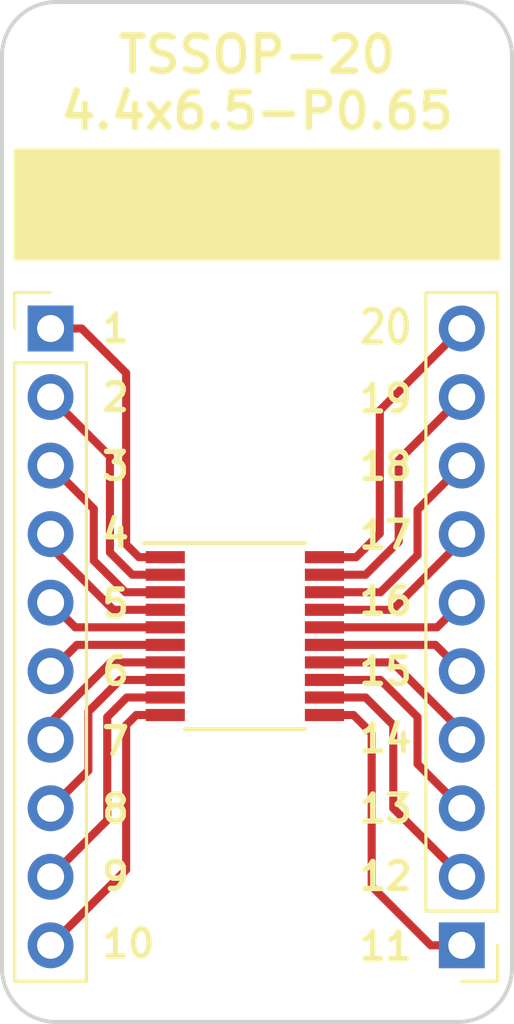
<source format=kicad_pcb>
(kicad_pcb (version 20171130) (host pcbnew 5.1.5-52549c5~84~ubuntu19.10.1)

  (general
    (thickness 1)
    (drawings 30)
    (tracks 76)
    (zones 0)
    (modules 3)
    (nets 21)
  )

  (page A4)
  (title_block
    (title BRK-TSSOP-20-4.4x6.5-P0.65)
    (rev v1.0)
    (company https://gekkio.fi)
  )

  (layers
    (0 F.Cu signal)
    (31 B.Cu signal)
    (32 B.Adhes user)
    (33 F.Adhes user)
    (34 B.Paste user)
    (35 F.Paste user)
    (36 B.SilkS user)
    (37 F.SilkS user)
    (38 B.Mask user)
    (39 F.Mask user)
    (40 Dwgs.User user)
    (41 Cmts.User user)
    (42 Eco1.User user)
    (43 Eco2.User user)
    (44 Edge.Cuts user)
    (45 Margin user)
    (46 B.CrtYd user)
    (47 F.CrtYd user)
    (48 B.Fab user)
    (49 F.Fab user)
  )

  (setup
    (last_trace_width 0.3)
    (trace_clearance 0.2)
    (zone_clearance 0.508)
    (zone_45_only no)
    (trace_min 0.2)
    (via_size 0.8)
    (via_drill 0.4)
    (via_min_size 0.4)
    (via_min_drill 0.3)
    (uvia_size 0.3)
    (uvia_drill 0.1)
    (uvias_allowed no)
    (uvia_min_size 0.2)
    (uvia_min_drill 0.1)
    (edge_width 0.15)
    (segment_width 0.2)
    (pcb_text_width 0.3)
    (pcb_text_size 1.5 1.5)
    (mod_edge_width 0.15)
    (mod_text_size 1 1)
    (mod_text_width 0.15)
    (pad_size 1.524 1.524)
    (pad_drill 0.762)
    (pad_to_mask_clearance 0)
    (solder_mask_min_width 0.2)
    (aux_axis_origin 0 0)
    (visible_elements FFFFFF7F)
    (pcbplotparams
      (layerselection 0x010fc_ffffffff)
      (usegerberextensions false)
      (usegerberattributes false)
      (usegerberadvancedattributes false)
      (creategerberjobfile true)
      (excludeedgelayer false)
      (linewidth 0.100000)
      (plotframeref false)
      (viasonmask false)
      (mode 1)
      (useauxorigin false)
      (hpglpennumber 1)
      (hpglpenspeed 20)
      (hpglpendiameter 15.000000)
      (psnegative false)
      (psa4output false)
      (plotreference true)
      (plotvalue true)
      (plotinvisibletext false)
      (padsonsilk false)
      (subtractmaskfromsilk false)
      (outputformat 1)
      (mirror false)
      (drillshape 0)
      (scaleselection 1)
      (outputdirectory "gerber/"))
  )

  (net 0 "")
  (net 1 "Net-(J1-Pad1)")
  (net 2 "Net-(J1-Pad2)")
  (net 3 "Net-(J1-Pad3)")
  (net 4 "Net-(J2-Pad1)")
  (net 5 "Net-(J2-Pad2)")
  (net 6 "Net-(J2-Pad3)")
  (net 7 "Net-(J1-Pad4)")
  (net 8 "Net-(J2-Pad4)")
  (net 9 "Net-(J1-Pad7)")
  (net 10 "Net-(J1-Pad6)")
  (net 11 "Net-(J1-Pad5)")
  (net 12 "Net-(J2-Pad7)")
  (net 13 "Net-(J2-Pad6)")
  (net 14 "Net-(J2-Pad5)")
  (net 15 "Net-(J1-Pad10)")
  (net 16 "Net-(J1-Pad9)")
  (net 17 "Net-(J1-Pad8)")
  (net 18 "Net-(J2-Pad10)")
  (net 19 "Net-(J2-Pad9)")
  (net 20 "Net-(J2-Pad8)")

  (net_class Default "This is the default net class."
    (clearance 0.2)
    (trace_width 0.3)
    (via_dia 0.8)
    (via_drill 0.4)
    (uvia_dia 0.3)
    (uvia_drill 0.1)
    (add_net "Net-(J1-Pad1)")
    (add_net "Net-(J1-Pad10)")
    (add_net "Net-(J1-Pad2)")
    (add_net "Net-(J1-Pad3)")
    (add_net "Net-(J1-Pad4)")
    (add_net "Net-(J1-Pad5)")
    (add_net "Net-(J1-Pad6)")
    (add_net "Net-(J1-Pad7)")
    (add_net "Net-(J1-Pad8)")
    (add_net "Net-(J1-Pad9)")
    (add_net "Net-(J2-Pad1)")
    (add_net "Net-(J2-Pad10)")
    (add_net "Net-(J2-Pad2)")
    (add_net "Net-(J2-Pad3)")
    (add_net "Net-(J2-Pad4)")
    (add_net "Net-(J2-Pad5)")
    (add_net "Net-(J2-Pad6)")
    (add_net "Net-(J2-Pad7)")
    (add_net "Net-(J2-Pad8)")
    (add_net "Net-(J2-Pad9)")
  )

  (module Package_SO:TSSOP-20_4.4x6.5mm_P0.65mm (layer F.Cu) (tedit 5A02F25C) (tstamp 5C03C8AA)
    (at 60 71.5)
    (descr "20-Lead Plastic Thin Shrink Small Outline (ST)-4.4 mm Body [TSSOP] (see Microchip Packaging Specification 00000049BS.pdf)")
    (tags "SSOP 0.65")
    (path /5BD4B043)
    (attr smd)
    (fp_text reference U1 (at 0 -4.3) (layer F.SilkS) hide
      (effects (font (size 1 1) (thickness 0.15)))
    )
    (fp_text value TSSOP-20-4.4x6.5-P0.65 (at 0 4.3) (layer F.Fab) hide
      (effects (font (size 1 1) (thickness 0.15)))
    )
    (fp_text user %R (at 0 0) (layer F.Fab)
      (effects (font (size 0.8 0.8) (thickness 0.15)))
    )
    (fp_line (start -3.75 -3.45) (end 2.225 -3.45) (layer F.SilkS) (width 0.15))
    (fp_line (start -2.225 3.45) (end 2.225 3.45) (layer F.SilkS) (width 0.15))
    (fp_line (start -3.95 3.55) (end 3.95 3.55) (layer F.CrtYd) (width 0.05))
    (fp_line (start -3.95 -3.55) (end 3.95 -3.55) (layer F.CrtYd) (width 0.05))
    (fp_line (start 3.95 -3.55) (end 3.95 3.55) (layer F.CrtYd) (width 0.05))
    (fp_line (start -3.95 -3.55) (end -3.95 3.55) (layer F.CrtYd) (width 0.05))
    (fp_line (start -2.2 -2.25) (end -1.2 -3.25) (layer F.Fab) (width 0.15))
    (fp_line (start -2.2 3.25) (end -2.2 -2.25) (layer F.Fab) (width 0.15))
    (fp_line (start 2.2 3.25) (end -2.2 3.25) (layer F.Fab) (width 0.15))
    (fp_line (start 2.2 -3.25) (end 2.2 3.25) (layer F.Fab) (width 0.15))
    (fp_line (start -1.2 -3.25) (end 2.2 -3.25) (layer F.Fab) (width 0.15))
    (pad 20 smd rect (at 2.95 -2.925) (size 1.45 0.45) (layers F.Cu F.Paste F.Mask)
      (net 18 "Net-(J2-Pad10)"))
    (pad 19 smd rect (at 2.95 -2.275) (size 1.45 0.45) (layers F.Cu F.Paste F.Mask)
      (net 19 "Net-(J2-Pad9)"))
    (pad 18 smd rect (at 2.95 -1.625) (size 1.45 0.45) (layers F.Cu F.Paste F.Mask)
      (net 20 "Net-(J2-Pad8)"))
    (pad 17 smd rect (at 2.95 -0.975) (size 1.45 0.45) (layers F.Cu F.Paste F.Mask)
      (net 12 "Net-(J2-Pad7)"))
    (pad 16 smd rect (at 2.95 -0.325) (size 1.45 0.45) (layers F.Cu F.Paste F.Mask)
      (net 13 "Net-(J2-Pad6)"))
    (pad 15 smd rect (at 2.95 0.325) (size 1.45 0.45) (layers F.Cu F.Paste F.Mask)
      (net 14 "Net-(J2-Pad5)"))
    (pad 14 smd rect (at 2.95 0.975) (size 1.45 0.45) (layers F.Cu F.Paste F.Mask)
      (net 8 "Net-(J2-Pad4)"))
    (pad 13 smd rect (at 2.95 1.625) (size 1.45 0.45) (layers F.Cu F.Paste F.Mask)
      (net 6 "Net-(J2-Pad3)"))
    (pad 12 smd rect (at 2.95 2.275) (size 1.45 0.45) (layers F.Cu F.Paste F.Mask)
      (net 5 "Net-(J2-Pad2)"))
    (pad 11 smd rect (at 2.95 2.925) (size 1.45 0.45) (layers F.Cu F.Paste F.Mask)
      (net 4 "Net-(J2-Pad1)"))
    (pad 10 smd rect (at -2.95 2.925) (size 1.45 0.45) (layers F.Cu F.Paste F.Mask)
      (net 15 "Net-(J1-Pad10)"))
    (pad 9 smd rect (at -2.95 2.275) (size 1.45 0.45) (layers F.Cu F.Paste F.Mask)
      (net 16 "Net-(J1-Pad9)"))
    (pad 8 smd rect (at -2.95 1.625) (size 1.45 0.45) (layers F.Cu F.Paste F.Mask)
      (net 17 "Net-(J1-Pad8)"))
    (pad 7 smd rect (at -2.95 0.975) (size 1.45 0.45) (layers F.Cu F.Paste F.Mask)
      (net 9 "Net-(J1-Pad7)"))
    (pad 6 smd rect (at -2.95 0.325) (size 1.45 0.45) (layers F.Cu F.Paste F.Mask)
      (net 10 "Net-(J1-Pad6)"))
    (pad 5 smd rect (at -2.95 -0.325) (size 1.45 0.45) (layers F.Cu F.Paste F.Mask)
      (net 11 "Net-(J1-Pad5)"))
    (pad 4 smd rect (at -2.95 -0.975) (size 1.45 0.45) (layers F.Cu F.Paste F.Mask)
      (net 7 "Net-(J1-Pad4)"))
    (pad 3 smd rect (at -2.95 -1.625) (size 1.45 0.45) (layers F.Cu F.Paste F.Mask)
      (net 3 "Net-(J1-Pad3)"))
    (pad 2 smd rect (at -2.95 -2.275) (size 1.45 0.45) (layers F.Cu F.Paste F.Mask)
      (net 2 "Net-(J1-Pad2)"))
    (pad 1 smd rect (at -2.95 -2.925) (size 1.45 0.45) (layers F.Cu F.Paste F.Mask)
      (net 1 "Net-(J1-Pad1)"))
    (model ${KISYS3DMOD}/Package_SO.3dshapes/TSSOP-20_4.4x6.5mm_P0.65mm.wrl
      (at (xyz 0 0 0))
      (scale (xyz 1 1 1))
      (rotate (xyz 0 0 0))
    )
  )

  (module Connector_PinHeader_2.54mm:PinHeader_1x10_P2.54mm_Vertical (layer F.Cu) (tedit 59FED5CC) (tstamp 5C0583C3)
    (at 68.04 82.96 180)
    (descr "Through hole straight pin header, 1x10, 2.54mm pitch, single row")
    (tags "Through hole pin header THT 1x10 2.54mm single row")
    (path /5BD4B172)
    (fp_text reference J2 (at 0 -2.33) (layer F.SilkS) hide
      (effects (font (size 1 1) (thickness 0.15)))
    )
    (fp_text value Conn_01x10 (at 0 25.19) (layer F.Fab) hide
      (effects (font (size 1 1) (thickness 0.15)))
    )
    (fp_text user %R (at 0 11.43 90) (layer F.Fab)
      (effects (font (size 1 1) (thickness 0.15)))
    )
    (fp_line (start 1.8 -1.8) (end -1.8 -1.8) (layer F.CrtYd) (width 0.05))
    (fp_line (start 1.8 24.65) (end 1.8 -1.8) (layer F.CrtYd) (width 0.05))
    (fp_line (start -1.8 24.65) (end 1.8 24.65) (layer F.CrtYd) (width 0.05))
    (fp_line (start -1.8 -1.8) (end -1.8 24.65) (layer F.CrtYd) (width 0.05))
    (fp_line (start -1.33 -1.33) (end 0 -1.33) (layer F.SilkS) (width 0.12))
    (fp_line (start -1.33 0) (end -1.33 -1.33) (layer F.SilkS) (width 0.12))
    (fp_line (start -1.33 1.27) (end 1.33 1.27) (layer F.SilkS) (width 0.12))
    (fp_line (start 1.33 1.27) (end 1.33 24.19) (layer F.SilkS) (width 0.12))
    (fp_line (start -1.33 1.27) (end -1.33 24.19) (layer F.SilkS) (width 0.12))
    (fp_line (start -1.33 24.19) (end 1.33 24.19) (layer F.SilkS) (width 0.12))
    (fp_line (start -1.27 -0.635) (end -0.635 -1.27) (layer F.Fab) (width 0.1))
    (fp_line (start -1.27 24.13) (end -1.27 -0.635) (layer F.Fab) (width 0.1))
    (fp_line (start 1.27 24.13) (end -1.27 24.13) (layer F.Fab) (width 0.1))
    (fp_line (start 1.27 -1.27) (end 1.27 24.13) (layer F.Fab) (width 0.1))
    (fp_line (start -0.635 -1.27) (end 1.27 -1.27) (layer F.Fab) (width 0.1))
    (pad 10 thru_hole oval (at 0 22.86 180) (size 1.7 1.7) (drill 1) (layers *.Cu *.Mask)
      (net 18 "Net-(J2-Pad10)"))
    (pad 9 thru_hole oval (at 0 20.32 180) (size 1.7 1.7) (drill 1) (layers *.Cu *.Mask)
      (net 19 "Net-(J2-Pad9)"))
    (pad 8 thru_hole oval (at 0 17.78 180) (size 1.7 1.7) (drill 1) (layers *.Cu *.Mask)
      (net 20 "Net-(J2-Pad8)"))
    (pad 7 thru_hole oval (at 0 15.24 180) (size 1.7 1.7) (drill 1) (layers *.Cu *.Mask)
      (net 12 "Net-(J2-Pad7)"))
    (pad 6 thru_hole oval (at 0 12.7 180) (size 1.7 1.7) (drill 1) (layers *.Cu *.Mask)
      (net 13 "Net-(J2-Pad6)"))
    (pad 5 thru_hole oval (at 0 10.16 180) (size 1.7 1.7) (drill 1) (layers *.Cu *.Mask)
      (net 14 "Net-(J2-Pad5)"))
    (pad 4 thru_hole oval (at 0 7.62 180) (size 1.7 1.7) (drill 1) (layers *.Cu *.Mask)
      (net 8 "Net-(J2-Pad4)"))
    (pad 3 thru_hole oval (at 0 5.08 180) (size 1.7 1.7) (drill 1) (layers *.Cu *.Mask)
      (net 6 "Net-(J2-Pad3)"))
    (pad 2 thru_hole oval (at 0 2.54 180) (size 1.7 1.7) (drill 1) (layers *.Cu *.Mask)
      (net 5 "Net-(J2-Pad2)"))
    (pad 1 thru_hole rect (at 0 0 180) (size 1.7 1.7) (drill 1) (layers *.Cu *.Mask)
      (net 4 "Net-(J2-Pad1)"))
    (model ${KISYS3DMOD}/Connector_PinHeader_2.54mm.3dshapes/PinHeader_1x10_P2.54mm_Vertical.wrl
      (at (xyz 0 0 0))
      (scale (xyz 1 1 1))
      (rotate (xyz 0 0 0))
    )
  )

  (module Connector_PinHeader_2.54mm:PinHeader_1x10_P2.54mm_Vertical (layer F.Cu) (tedit 59FED5CC) (tstamp 5C0583AC)
    (at 52.8 60.1)
    (descr "Through hole straight pin header, 1x10, 2.54mm pitch, single row")
    (tags "Through hole pin header THT 1x10 2.54mm single row")
    (path /5BD4B0A3)
    (fp_text reference J1 (at 0 -2.33) (layer F.SilkS) hide
      (effects (font (size 1 1) (thickness 0.15)))
    )
    (fp_text value Conn_01x10 (at 0 25.19) (layer F.Fab) hide
      (effects (font (size 1 1) (thickness 0.15)))
    )
    (fp_text user %R (at 0 11.43 90) (layer F.Fab)
      (effects (font (size 1 1) (thickness 0.15)))
    )
    (fp_line (start 1.8 -1.8) (end -1.8 -1.8) (layer F.CrtYd) (width 0.05))
    (fp_line (start 1.8 24.65) (end 1.8 -1.8) (layer F.CrtYd) (width 0.05))
    (fp_line (start -1.8 24.65) (end 1.8 24.65) (layer F.CrtYd) (width 0.05))
    (fp_line (start -1.8 -1.8) (end -1.8 24.65) (layer F.CrtYd) (width 0.05))
    (fp_line (start -1.33 -1.33) (end 0 -1.33) (layer F.SilkS) (width 0.12))
    (fp_line (start -1.33 0) (end -1.33 -1.33) (layer F.SilkS) (width 0.12))
    (fp_line (start -1.33 1.27) (end 1.33 1.27) (layer F.SilkS) (width 0.12))
    (fp_line (start 1.33 1.27) (end 1.33 24.19) (layer F.SilkS) (width 0.12))
    (fp_line (start -1.33 1.27) (end -1.33 24.19) (layer F.SilkS) (width 0.12))
    (fp_line (start -1.33 24.19) (end 1.33 24.19) (layer F.SilkS) (width 0.12))
    (fp_line (start -1.27 -0.635) (end -0.635 -1.27) (layer F.Fab) (width 0.1))
    (fp_line (start -1.27 24.13) (end -1.27 -0.635) (layer F.Fab) (width 0.1))
    (fp_line (start 1.27 24.13) (end -1.27 24.13) (layer F.Fab) (width 0.1))
    (fp_line (start 1.27 -1.27) (end 1.27 24.13) (layer F.Fab) (width 0.1))
    (fp_line (start -0.635 -1.27) (end 1.27 -1.27) (layer F.Fab) (width 0.1))
    (pad 10 thru_hole oval (at 0 22.86) (size 1.7 1.7) (drill 1) (layers *.Cu *.Mask)
      (net 15 "Net-(J1-Pad10)"))
    (pad 9 thru_hole oval (at 0 20.32) (size 1.7 1.7) (drill 1) (layers *.Cu *.Mask)
      (net 16 "Net-(J1-Pad9)"))
    (pad 8 thru_hole oval (at 0 17.78) (size 1.7 1.7) (drill 1) (layers *.Cu *.Mask)
      (net 17 "Net-(J1-Pad8)"))
    (pad 7 thru_hole oval (at 0 15.24) (size 1.7 1.7) (drill 1) (layers *.Cu *.Mask)
      (net 9 "Net-(J1-Pad7)"))
    (pad 6 thru_hole oval (at 0 12.7) (size 1.7 1.7) (drill 1) (layers *.Cu *.Mask)
      (net 10 "Net-(J1-Pad6)"))
    (pad 5 thru_hole oval (at 0 10.16) (size 1.7 1.7) (drill 1) (layers *.Cu *.Mask)
      (net 11 "Net-(J1-Pad5)"))
    (pad 4 thru_hole oval (at 0 7.62) (size 1.7 1.7) (drill 1) (layers *.Cu *.Mask)
      (net 7 "Net-(J1-Pad4)"))
    (pad 3 thru_hole oval (at 0 5.08) (size 1.7 1.7) (drill 1) (layers *.Cu *.Mask)
      (net 3 "Net-(J1-Pad3)"))
    (pad 2 thru_hole oval (at 0 2.54) (size 1.7 1.7) (drill 1) (layers *.Cu *.Mask)
      (net 2 "Net-(J1-Pad2)"))
    (pad 1 thru_hole rect (at 0 0) (size 1.7 1.7) (drill 1) (layers *.Cu *.Mask)
      (net 1 "Net-(J1-Pad1)"))
    (model ${KISYS3DMOD}/Connector_PinHeader_2.54mm.3dshapes/PinHeader_1x10_P2.54mm_Vertical.wrl
      (at (xyz 0 0 0))
      (scale (xyz 1 1 1))
      (rotate (xyz 0 0 0))
    )
  )

  (gr_text 14 (at 66.3 75.3) (layer F.SilkS) (tstamp 5E51B90A)
    (effects (font (size 1 1) (thickness 0.2)) (justify right))
  )
  (gr_text 13 (at 66.3 77.9) (layer F.SilkS) (tstamp 5E51B907)
    (effects (font (size 1 1) (thickness 0.2)) (justify right))
  )
  (gr_text 12 (at 66.3 80.4) (layer F.SilkS) (tstamp 5E51B904)
    (effects (font (size 1 1) (thickness 0.2)) (justify right))
  )
  (gr_text 10 (at 54.6 82.9) (layer F.SilkS) (tstamp 5E51B8FD)
    (effects (font (size 1 1) (thickness 0.2)) (justify left))
  )
  (gr_text 9 (at 54.6 80.4) (layer F.SilkS) (tstamp 5E51B8FA)
    (effects (font (size 1 1) (thickness 0.2)) (justify left))
  )
  (gr_text 8 (at 54.6 77.9) (layer F.SilkS) (tstamp 5E51B8F7)
    (effects (font (size 1 1) (thickness 0.2)) (justify left))
  )
  (gr_text 11 (at 66.3 83) (layer F.SilkS) (tstamp 5E5211C9)
    (effects (font (size 1 1) (thickness 0.2)) (justify right))
  )
  (gr_text 15 (at 66.3 72.8) (layer F.SilkS) (tstamp 5E5211C6)
    (effects (font (size 1 1) (thickness 0.2)) (justify right))
  )
  (gr_text 16 (at 66.3 70.2) (layer F.SilkS) (tstamp 5E5211C2)
    (effects (font (size 1 1) (thickness 0.2)) (justify right))
  )
  (gr_text 7 (at 54.6 75.4) (layer F.SilkS) (tstamp 5E5211B5)
    (effects (font (size 1 1) (thickness 0.2)) (justify left))
  )
  (gr_text 6 (at 54.6 72.8) (layer F.SilkS) (tstamp 5E5211AD)
    (effects (font (size 1 1) (thickness 0.2)) (justify left))
  )
  (gr_text 5 (at 54.6 70.3) (layer F.SilkS) (tstamp 5E52116E)
    (effects (font (size 1 1) (thickness 0.2)) (justify left))
  )
  (gr_text 4 (at 54.6 67.7) (layer F.SilkS) (tstamp 5E521167)
    (effects (font (size 1 1) (thickness 0.2)) (justify left))
  )
  (gr_text 3 (at 54.6 65.2) (layer F.SilkS) (tstamp 5E521164)
    (effects (font (size 1 1) (thickness 0.2)) (justify left))
  )
  (gr_text 17 (at 66.3 67.75) (layer F.SilkS) (tstamp 5E5211BA)
    (effects (font (size 1 1) (thickness 0.2)) (justify right))
  )
  (gr_arc (start 53 83.8) (end 51 83.8) (angle -90) (layer Edge.Cuts) (width 0.15) (tstamp 5BF54D67))
  (gr_arc (start 67.9 83.8) (end 67.9 85.8) (angle -90) (layer Edge.Cuts) (width 0.15) (tstamp 5BF54D5C))
  (gr_arc (start 67.9 50) (end 69.9 50) (angle -90) (layer Edge.Cuts) (width 0.15) (tstamp 5BF54D52))
  (gr_arc (start 53 50) (end 53 48) (angle -90) (layer Edge.Cuts) (width 0.15))
  (gr_text 18 (at 66.3 65.2) (layer F.SilkS) (tstamp 5BD4A473)
    (effects (font (size 1 1) (thickness 0.2)) (justify right))
  )
  (gr_text 19 (at 66.3 62.7) (layer F.SilkS) (tstamp 5BD4A46F)
    (effects (font (size 1 1) (thickness 0.2)) (justify right))
  )
  (gr_text 20 (at 66.3 60.05) (layer F.SilkS) (tstamp 5BD4A463)
    (effects (font (size 1.2 1) (thickness 0.2)) (justify right))
  )
  (gr_text 2 (at 54.6 62.65) (layer F.SilkS) (tstamp 5E52115C)
    (effects (font (size 1 1) (thickness 0.2)) (justify left))
  )
  (gr_text 1 (at 54.6 60.1) (layer F.SilkS)
    (effects (font (size 1 1) (thickness 0.2)) (justify left))
  )
  (gr_line (start 67.9 85.8) (end 53 85.8) (layer Edge.Cuts) (width 0.15) (tstamp 5E5208CE))
  (gr_poly (pts (xy 51.5 53.5) (xy 51.5 57.5) (xy 69.4 57.5) (xy 69.4 53.5)) (layer F.SilkS) (width 0.15))
  (gr_line (start 69.9 50) (end 69.9 83.8) (layer Edge.Cuts) (width 0.15))
  (gr_text "TSSOP-20\n4.4x6.5-P0.65" (at 60.45 51) (layer F.SilkS)
    (effects (font (size 1.3 1.3) (thickness 0.25)))
  )
  (gr_line (start 53 48) (end 67.9 48) (layer Edge.Cuts) (width 0.15))
  (gr_line (start 51 83.8) (end 51 50) (layer Edge.Cuts) (width 0.15))

  (segment (start 53.95 60.1) (end 52.8 60.1) (width 0.3) (layer F.Cu) (net 1))
  (segment (start 57.05 68.575) (end 56.075 68.575) (width 0.3) (layer F.Cu) (net 1))
  (segment (start 55.6 61.75) (end 53.95 60.1) (width 0.3) (layer F.Cu) (net 1))
  (segment (start 55.6 68.1) (end 55.6 61.75) (width 0.3) (layer F.Cu) (net 1))
  (segment (start 56.075 68.575) (end 55.6 68.1) (width 0.3) (layer F.Cu) (net 1))
  (segment (start 52.84 62.6) (end 52.8 62.64) (width 0.3) (layer F.Cu) (net 2) (status 30))
  (segment (start 55 64.84) (end 53.649999 63.489999) (width 0.3) (layer F.Cu) (net 2))
  (segment (start 55 68.4) (end 55 64.84) (width 0.3) (layer F.Cu) (net 2))
  (segment (start 57.05 69.225) (end 55.825 69.225) (width 0.3) (layer F.Cu) (net 2))
  (segment (start 53.649999 63.489999) (end 52.8 62.64) (width 0.3) (layer F.Cu) (net 2))
  (segment (start 55.825 69.225) (end 55 68.4) (width 0.3) (layer F.Cu) (net 2))
  (segment (start 54.4 66.78) (end 53.649999 66.029999) (width 0.3) (layer F.Cu) (net 3))
  (segment (start 57.05 69.875) (end 55.575 69.875) (width 0.3) (layer F.Cu) (net 3))
  (segment (start 53.649999 66.029999) (end 52.8 65.18) (width 0.3) (layer F.Cu) (net 3))
  (segment (start 54.4 68.7) (end 54.4 66.78) (width 0.3) (layer F.Cu) (net 3))
  (segment (start 55.575 69.875) (end 54.4 68.7) (width 0.3) (layer F.Cu) (net 3))
  (segment (start 64.7 80.77) (end 66.89 82.96) (width 0.3) (layer F.Cu) (net 4))
  (segment (start 64.7 75.1) (end 64.7 80.77) (width 0.3) (layer F.Cu) (net 4))
  (segment (start 62.95 74.425) (end 64.025 74.425) (width 0.3) (layer F.Cu) (net 4))
  (segment (start 66.89 82.96) (end 68.04 82.96) (width 0.3) (layer F.Cu) (net 4))
  (segment (start 64.025 74.425) (end 64.7 75.1) (width 0.3) (layer F.Cu) (net 4))
  (segment (start 65.5 77.88) (end 68.04 80.42) (width 0.3) (layer F.Cu) (net 5))
  (segment (start 65.5 74.8) (end 65.5 77.88) (width 0.3) (layer F.Cu) (net 5))
  (segment (start 62.95 73.775) (end 64.475 73.775) (width 0.3) (layer F.Cu) (net 5))
  (segment (start 64.475 73.775) (end 65.5 74.8) (width 0.3) (layer F.Cu) (net 5))
  (segment (start 66.4 76.24) (end 68.04 77.88) (width 0.3) (layer F.Cu) (net 6))
  (segment (start 66.4 74.5) (end 66.4 76.24) (width 0.3) (layer F.Cu) (net 6))
  (segment (start 62.95 73.125) (end 65.025 73.125) (width 0.3) (layer F.Cu) (net 6))
  (segment (start 65.025 73.125) (end 66.4 74.5) (width 0.3) (layer F.Cu) (net 6))
  (segment (start 52.8 68.2) (end 52.8 67.72) (width 0.3) (layer F.Cu) (net 7))
  (segment (start 57.05 70.525) (end 55.125 70.525) (width 0.3) (layer F.Cu) (net 7))
  (segment (start 55.125 70.525) (end 52.8 68.2) (width 0.3) (layer F.Cu) (net 7))
  (segment (start 68.04 75.04) (end 68.04 75.34) (width 0.3) (layer F.Cu) (net 8))
  (segment (start 62.95 72.475) (end 65.475 72.475) (width 0.3) (layer F.Cu) (net 8))
  (segment (start 65.475 72.475) (end 68.04 75.04) (width 0.3) (layer F.Cu) (net 8))
  (segment (start 52.8 74.7) (end 52.8 75.34) (width 0.3) (layer F.Cu) (net 9))
  (segment (start 57.05 72.475) (end 55.025 72.475) (width 0.3) (layer F.Cu) (net 9))
  (segment (start 55.025 72.475) (end 52.8 74.7) (width 0.3) (layer F.Cu) (net 9))
  (segment (start 53.775 71.825) (end 52.8 72.8) (width 0.3) (layer F.Cu) (net 10))
  (segment (start 57.05 71.825) (end 53.775 71.825) (width 0.3) (layer F.Cu) (net 10))
  (segment (start 53.715 71.175) (end 52.8 70.26) (width 0.3) (layer F.Cu) (net 11))
  (segment (start 57.05 71.175) (end 53.715 71.175) (width 0.3) (layer F.Cu) (net 11))
  (segment (start 68.04 67.96) (end 68.04 67.72) (width 0.3) (layer F.Cu) (net 12))
  (segment (start 62.95 70.525) (end 65.475 70.525) (width 0.3) (layer F.Cu) (net 12))
  (segment (start 65.475 70.525) (end 68.04 67.96) (width 0.3) (layer F.Cu) (net 12))
  (segment (start 67.125 71.175) (end 68.04 70.26) (width 0.3) (layer F.Cu) (net 13))
  (segment (start 62.95 71.175) (end 67.125 71.175) (width 0.3) (layer F.Cu) (net 13))
  (segment (start 67.065 71.825) (end 68.04 72.8) (width 0.3) (layer F.Cu) (net 14))
  (segment (start 62.95 71.825) (end 67.065 71.825) (width 0.3) (layer F.Cu) (net 14))
  (segment (start 55.6 80.16) (end 52.8 82.96) (width 0.3) (layer F.Cu) (net 15))
  (segment (start 55.6 74.8) (end 55.6 80.16) (width 0.3) (layer F.Cu) (net 15))
  (segment (start 57.05 74.425) (end 55.975 74.425) (width 0.3) (layer F.Cu) (net 15))
  (segment (start 55.975 74.425) (end 55.6 74.8) (width 0.3) (layer F.Cu) (net 15))
  (segment (start 53.649999 79.570001) (end 52.8 80.42) (width 0.3) (layer F.Cu) (net 16))
  (segment (start 54.9 78.32) (end 53.649999 79.570001) (width 0.3) (layer F.Cu) (net 16))
  (segment (start 54.9 74.5) (end 54.9 78.32) (width 0.3) (layer F.Cu) (net 16))
  (segment (start 57.05 73.775) (end 55.625 73.775) (width 0.3) (layer F.Cu) (net 16))
  (segment (start 55.625 73.775) (end 54.9 74.5) (width 0.3) (layer F.Cu) (net 16))
  (segment (start 53.649999 77.030001) (end 52.8 77.88) (width 0.3) (layer F.Cu) (net 17))
  (segment (start 54.2 76.48) (end 53.649999 77.030001) (width 0.3) (layer F.Cu) (net 17))
  (segment (start 54.2 74.3) (end 54.2 76.48) (width 0.3) (layer F.Cu) (net 17))
  (segment (start 57.05 73.125) (end 55.375 73.125) (width 0.3) (layer F.Cu) (net 17))
  (segment (start 55.375 73.125) (end 54.2 74.3) (width 0.3) (layer F.Cu) (net 17))
  (segment (start 65 67.7) (end 65 63.14) (width 0.3) (layer F.Cu) (net 18))
  (segment (start 65 63.14) (end 68.04 60.1) (width 0.3) (layer F.Cu) (net 18))
  (segment (start 62.95 68.575) (end 64.125 68.575) (width 0.3) (layer F.Cu) (net 18))
  (segment (start 64.125 68.575) (end 65 67.7) (width 0.3) (layer F.Cu) (net 18))
  (segment (start 67.190001 63.489999) (end 68.04 62.64) (width 0.3) (layer F.Cu) (net 19))
  (segment (start 65.7 64.98) (end 67.190001 63.489999) (width 0.3) (layer F.Cu) (net 19))
  (segment (start 65.7 68) (end 65.7 64.98) (width 0.3) (layer F.Cu) (net 19))
  (segment (start 62.95 69.225) (end 64.475 69.225) (width 0.3) (layer F.Cu) (net 19))
  (segment (start 64.475 69.225) (end 65.7 68) (width 0.3) (layer F.Cu) (net 19))
  (segment (start 66.4 66.82) (end 68.04 65.18) (width 0.3) (layer F.Cu) (net 20))
  (segment (start 66.4 68.5) (end 66.4 66.82) (width 0.3) (layer F.Cu) (net 20))
  (segment (start 62.95 69.875) (end 65.025 69.875) (width 0.3) (layer F.Cu) (net 20))
  (segment (start 65.025 69.875) (end 66.4 68.5) (width 0.3) (layer F.Cu) (net 20))

)

</source>
